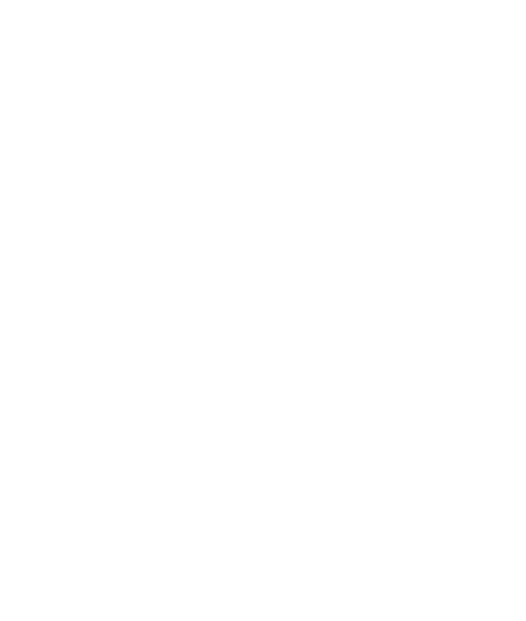
<source format=gbr>
%TF.GenerationSoftware,Altium Limited,Altium Designer,22.0.2 (36)*%
G04 Layer_Physical_Order=2*
G04 Layer_Color=16711680*
%FSLAX26Y26*%
%MOIN*%
%TF.SameCoordinates,7C2B3453-B62B-4687-BB94-77A5B7653B1A*%
%TF.FilePolarity,Positive*%
%TF.FileFunction,Copper,L2,Bot,Signal*%
%TF.Part,CustomerPanel*%
G01*
G75*
%TA.AperFunction,WasherPad*%
%ADD21C,0.003937*%
D21*
X-839291Y-853661D02*
D03*
X-283976D02*
D03*
X271339D02*
D03*
X826654D02*
D03*
X-839291Y130591D02*
D03*
X-283976D02*
D03*
X271339D02*
D03*
X826654D02*
D03*
X-839291Y1114843D02*
D03*
X-283976D02*
D03*
X271339D02*
D03*
X826654D02*
D03*
%TF.MD5,8554db96df43c4ce295eefa54ca68dd4*%
M02*

</source>
